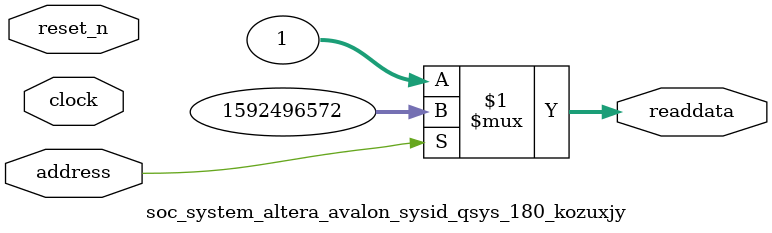
<source format=v>



// synthesis translate_off
`timescale 1ns / 1ps
// synthesis translate_on

// turn off superfluous verilog processor warnings 
// altera message_level Level1 
// altera message_off 10034 10035 10036 10037 10230 10240 10030 

module soc_system_altera_avalon_sysid_qsys_180_kozuxjy (
               // inputs:
                address,
                clock,
                reset_n,

               // outputs:
                readdata
             )
;

  output  [ 31: 0] readdata;
  input            address;
  input            clock;
  input            reset_n;

  wire    [ 31: 0] readdata;
  //control_slave, which is an e_avalon_slave
  assign readdata = address ? 1592496572 : 1;

endmodule



</source>
